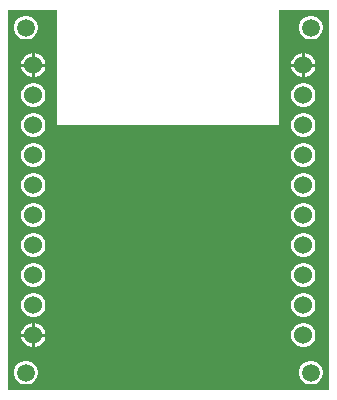
<source format=gbl>
G04*
G04 #@! TF.GenerationSoftware,Altium Limited,Altium Designer,24.0.1 (36)*
G04*
G04 Layer_Physical_Order=2*
G04 Layer_Color=16711680*
%FSLAX44Y44*%
%MOMM*%
G71*
G04*
G04 #@! TF.SameCoordinates,679F6686-0656-46BC-BDB5-5FE1FF963507*
G04*
G04*
G04 #@! TF.FilePolarity,Positive*
G04*
G01*
G75*
%ADD13C,1.5000*%
%ADD28C,0.5080*%
%ADD29C,1.5240*%
%ADD30C,0.6350*%
G36*
X250115Y-46915D02*
X-21515D01*
Y275515D01*
X20320D01*
Y177800D01*
X208280D01*
Y275515D01*
X250115D01*
Y-46915D01*
D02*
G37*
%LPC*%
G36*
X236272Y270390D02*
X233628D01*
X231075Y269706D01*
X228785Y268384D01*
X226916Y266515D01*
X225594Y264225D01*
X224910Y261672D01*
Y259028D01*
X225594Y256475D01*
X226916Y254185D01*
X228785Y252316D01*
X231075Y250994D01*
X233628Y250310D01*
X236272D01*
X238825Y250994D01*
X241115Y252316D01*
X242984Y254185D01*
X244306Y256475D01*
X244990Y259028D01*
Y261672D01*
X244306Y264225D01*
X242984Y266515D01*
X241115Y268384D01*
X238825Y269706D01*
X236272Y270390D01*
D02*
G37*
G36*
X-5028D02*
X-7672D01*
X-10225Y269706D01*
X-12515Y268384D01*
X-14384Y266515D01*
X-15706Y264225D01*
X-16390Y261672D01*
Y259028D01*
X-15706Y256475D01*
X-14384Y254185D01*
X-12515Y252316D01*
X-10225Y250994D01*
X-7672Y250310D01*
X-5028D01*
X-2475Y250994D01*
X-185Y252316D01*
X1684Y254185D01*
X3006Y256475D01*
X3690Y259028D01*
Y261672D01*
X3006Y264225D01*
X1684Y266515D01*
X-185Y268384D01*
X-2475Y269706D01*
X-5028Y270390D01*
D02*
G37*
G36*
X229938Y238760D02*
X229870D01*
Y229870D01*
X238760D01*
Y229938D01*
X238068Y232522D01*
X236730Y234838D01*
X234838Y236730D01*
X232522Y238068D01*
X229938Y238760D01*
D02*
G37*
G36*
X1338D02*
X1270D01*
Y229870D01*
X10160D01*
Y229938D01*
X9468Y232522D01*
X8130Y234838D01*
X6238Y236730D01*
X3922Y238068D01*
X1338Y238760D01*
D02*
G37*
G36*
X227330D02*
X227262D01*
X224678Y238068D01*
X222362Y236730D01*
X220470Y234838D01*
X219132Y232522D01*
X218440Y229938D01*
Y229870D01*
X227330D01*
Y238760D01*
D02*
G37*
G36*
X-1270D02*
X-1338D01*
X-3922Y238068D01*
X-6238Y236730D01*
X-8130Y234838D01*
X-9468Y232522D01*
X-10160Y229938D01*
Y229870D01*
X-1270D01*
Y238760D01*
D02*
G37*
G36*
X238760Y227330D02*
X229870D01*
Y218440D01*
X229938D01*
X232522Y219132D01*
X234838Y220470D01*
X236730Y222362D01*
X238068Y224678D01*
X238760Y227262D01*
Y227330D01*
D02*
G37*
G36*
X227330D02*
X218440D01*
Y227262D01*
X219132Y224678D01*
X220470Y222362D01*
X222362Y220470D01*
X224678Y219132D01*
X227262Y218440D01*
X227330D01*
Y227330D01*
D02*
G37*
G36*
X10160D02*
X1270D01*
Y218440D01*
X1338D01*
X3922Y219132D01*
X6238Y220470D01*
X8130Y222362D01*
X9468Y224678D01*
X10160Y227262D01*
Y227330D01*
D02*
G37*
G36*
X-1270D02*
X-10160D01*
Y227262D01*
X-9468Y224678D01*
X-8130Y222362D01*
X-6238Y220470D01*
X-3922Y219132D01*
X-1338Y218440D01*
X-1270D01*
Y227330D01*
D02*
G37*
G36*
X229938Y213360D02*
X227262D01*
X224678Y212668D01*
X222362Y211330D01*
X220470Y209438D01*
X219132Y207122D01*
X218440Y204538D01*
Y201862D01*
X219132Y199278D01*
X220470Y196962D01*
X222362Y195070D01*
X224678Y193732D01*
X227262Y193040D01*
X229938D01*
X232522Y193732D01*
X234838Y195070D01*
X236730Y196962D01*
X238068Y199278D01*
X238760Y201862D01*
Y204538D01*
X238068Y207122D01*
X236730Y209438D01*
X234838Y211330D01*
X232522Y212668D01*
X229938Y213360D01*
D02*
G37*
G36*
X1338D02*
X-1338D01*
X-3922Y212668D01*
X-6238Y211330D01*
X-8130Y209438D01*
X-9468Y207122D01*
X-10160Y204538D01*
Y201862D01*
X-9468Y199278D01*
X-8130Y196962D01*
X-6238Y195070D01*
X-3922Y193732D01*
X-1338Y193040D01*
X1338D01*
X3922Y193732D01*
X6238Y195070D01*
X8130Y196962D01*
X9468Y199278D01*
X10160Y201862D01*
Y204538D01*
X9468Y207122D01*
X8130Y209438D01*
X6238Y211330D01*
X3922Y212668D01*
X1338Y213360D01*
D02*
G37*
G36*
X229938Y187960D02*
X227262D01*
X224678Y187268D01*
X222362Y185930D01*
X220470Y184038D01*
X219132Y181722D01*
X218440Y179138D01*
Y176462D01*
X219132Y173878D01*
X220470Y171562D01*
X222362Y169670D01*
X224678Y168332D01*
X227262Y167640D01*
X229938D01*
X232522Y168332D01*
X234838Y169670D01*
X236730Y171562D01*
X238068Y173878D01*
X238760Y176462D01*
Y179138D01*
X238068Y181722D01*
X236730Y184038D01*
X234838Y185930D01*
X232522Y187268D01*
X229938Y187960D01*
D02*
G37*
G36*
X1338D02*
X-1338D01*
X-3922Y187268D01*
X-6238Y185930D01*
X-8130Y184038D01*
X-9468Y181722D01*
X-10160Y179138D01*
Y176462D01*
X-9468Y173878D01*
X-8130Y171562D01*
X-6238Y169670D01*
X-3922Y168332D01*
X-1338Y167640D01*
X1338D01*
X3922Y168332D01*
X6238Y169670D01*
X8130Y171562D01*
X9468Y173878D01*
X10160Y176462D01*
Y179138D01*
X9468Y181722D01*
X8130Y184038D01*
X6238Y185930D01*
X3922Y187268D01*
X1338Y187960D01*
D02*
G37*
G36*
X229938Y162560D02*
X227262D01*
X224678Y161868D01*
X222362Y160530D01*
X220470Y158638D01*
X219132Y156322D01*
X218440Y153738D01*
Y151062D01*
X219132Y148478D01*
X220470Y146162D01*
X222362Y144270D01*
X224678Y142932D01*
X227262Y142240D01*
X229938D01*
X232522Y142932D01*
X234838Y144270D01*
X236730Y146162D01*
X238068Y148478D01*
X238760Y151062D01*
Y153738D01*
X238068Y156322D01*
X236730Y158638D01*
X234838Y160530D01*
X232522Y161868D01*
X229938Y162560D01*
D02*
G37*
G36*
X1338D02*
X-1338D01*
X-3922Y161868D01*
X-6238Y160530D01*
X-8130Y158638D01*
X-9468Y156322D01*
X-10160Y153738D01*
Y151062D01*
X-9468Y148478D01*
X-8130Y146162D01*
X-6238Y144270D01*
X-3922Y142932D01*
X-1338Y142240D01*
X1338D01*
X3922Y142932D01*
X6238Y144270D01*
X8130Y146162D01*
X9468Y148478D01*
X10160Y151062D01*
Y153738D01*
X9468Y156322D01*
X8130Y158638D01*
X6238Y160530D01*
X3922Y161868D01*
X1338Y162560D01*
D02*
G37*
G36*
X229938Y137160D02*
X227262D01*
X224678Y136468D01*
X222362Y135130D01*
X220470Y133238D01*
X219132Y130922D01*
X218440Y128338D01*
Y125662D01*
X219132Y123078D01*
X220470Y120762D01*
X222362Y118870D01*
X224678Y117532D01*
X227262Y116840D01*
X229938D01*
X232522Y117532D01*
X234838Y118870D01*
X236730Y120762D01*
X238068Y123078D01*
X238760Y125662D01*
Y128338D01*
X238068Y130922D01*
X236730Y133238D01*
X234838Y135130D01*
X232522Y136468D01*
X229938Y137160D01*
D02*
G37*
G36*
X1338D02*
X-1338D01*
X-3922Y136468D01*
X-6238Y135130D01*
X-8130Y133238D01*
X-9468Y130922D01*
X-10160Y128338D01*
Y125662D01*
X-9468Y123078D01*
X-8130Y120762D01*
X-6238Y118870D01*
X-3922Y117532D01*
X-1338Y116840D01*
X1338D01*
X3922Y117532D01*
X6238Y118870D01*
X8130Y120762D01*
X9468Y123078D01*
X10160Y125662D01*
Y128338D01*
X9468Y130922D01*
X8130Y133238D01*
X6238Y135130D01*
X3922Y136468D01*
X1338Y137160D01*
D02*
G37*
G36*
X229938Y111760D02*
X227262D01*
X224678Y111068D01*
X222362Y109730D01*
X220470Y107838D01*
X219132Y105522D01*
X218440Y102938D01*
Y100262D01*
X219132Y97678D01*
X220470Y95362D01*
X222362Y93470D01*
X224678Y92132D01*
X227262Y91440D01*
X229938D01*
X232522Y92132D01*
X234838Y93470D01*
X236730Y95362D01*
X238068Y97678D01*
X238760Y100262D01*
Y102938D01*
X238068Y105522D01*
X236730Y107838D01*
X234838Y109730D01*
X232522Y111068D01*
X229938Y111760D01*
D02*
G37*
G36*
X1338D02*
X-1338D01*
X-3922Y111068D01*
X-6238Y109730D01*
X-8130Y107838D01*
X-9468Y105522D01*
X-10160Y102938D01*
Y100262D01*
X-9468Y97678D01*
X-8130Y95362D01*
X-6238Y93470D01*
X-3922Y92132D01*
X-1338Y91440D01*
X1338D01*
X3922Y92132D01*
X6238Y93470D01*
X8130Y95362D01*
X9468Y97678D01*
X10160Y100262D01*
Y102938D01*
X9468Y105522D01*
X8130Y107838D01*
X6238Y109730D01*
X3922Y111068D01*
X1338Y111760D01*
D02*
G37*
G36*
X229938Y86360D02*
X227262D01*
X224678Y85668D01*
X222362Y84330D01*
X220470Y82438D01*
X219132Y80122D01*
X218440Y77538D01*
Y74862D01*
X219132Y72278D01*
X220470Y69962D01*
X222362Y68070D01*
X224678Y66732D01*
X227262Y66040D01*
X229938D01*
X232522Y66732D01*
X234838Y68070D01*
X236730Y69962D01*
X238068Y72278D01*
X238760Y74862D01*
Y77538D01*
X238068Y80122D01*
X236730Y82438D01*
X234838Y84330D01*
X232522Y85668D01*
X229938Y86360D01*
D02*
G37*
G36*
X1338D02*
X-1338D01*
X-3922Y85668D01*
X-6238Y84330D01*
X-8130Y82438D01*
X-9468Y80122D01*
X-10160Y77538D01*
Y74862D01*
X-9468Y72278D01*
X-8130Y69962D01*
X-6238Y68070D01*
X-3922Y66732D01*
X-1338Y66040D01*
X1338D01*
X3922Y66732D01*
X6238Y68070D01*
X8130Y69962D01*
X9468Y72278D01*
X10160Y74862D01*
Y77538D01*
X9468Y80122D01*
X8130Y82438D01*
X6238Y84330D01*
X3922Y85668D01*
X1338Y86360D01*
D02*
G37*
G36*
X229938Y60960D02*
X227262D01*
X224678Y60268D01*
X222362Y58930D01*
X220470Y57038D01*
X219132Y54722D01*
X218440Y52138D01*
Y49462D01*
X219132Y46878D01*
X220470Y44562D01*
X222362Y42670D01*
X224678Y41332D01*
X227262Y40640D01*
X229938D01*
X232522Y41332D01*
X234838Y42670D01*
X236730Y44562D01*
X238068Y46878D01*
X238760Y49462D01*
Y52138D01*
X238068Y54722D01*
X236730Y57038D01*
X234838Y58930D01*
X232522Y60268D01*
X229938Y60960D01*
D02*
G37*
G36*
X1338D02*
X-1338D01*
X-3922Y60268D01*
X-6238Y58930D01*
X-8130Y57038D01*
X-9468Y54722D01*
X-10160Y52138D01*
Y49462D01*
X-9468Y46878D01*
X-8130Y44562D01*
X-6238Y42670D01*
X-3922Y41332D01*
X-1338Y40640D01*
X1338D01*
X3922Y41332D01*
X6238Y42670D01*
X8130Y44562D01*
X9468Y46878D01*
X10160Y49462D01*
Y52138D01*
X9468Y54722D01*
X8130Y57038D01*
X6238Y58930D01*
X3922Y60268D01*
X1338Y60960D01*
D02*
G37*
G36*
X229938Y35560D02*
X227262D01*
X224678Y34868D01*
X222362Y33530D01*
X220470Y31638D01*
X219132Y29322D01*
X218440Y26738D01*
Y24062D01*
X219132Y21478D01*
X220470Y19162D01*
X222362Y17270D01*
X224678Y15932D01*
X227262Y15240D01*
X229938D01*
X232522Y15932D01*
X234838Y17270D01*
X236730Y19162D01*
X238068Y21478D01*
X238760Y24062D01*
Y26738D01*
X238068Y29322D01*
X236730Y31638D01*
X234838Y33530D01*
X232522Y34868D01*
X229938Y35560D01*
D02*
G37*
G36*
X1338D02*
X-1338D01*
X-3922Y34868D01*
X-6238Y33530D01*
X-8130Y31638D01*
X-9468Y29322D01*
X-10160Y26738D01*
Y24062D01*
X-9468Y21478D01*
X-8130Y19162D01*
X-6238Y17270D01*
X-3922Y15932D01*
X-1338Y15240D01*
X1338D01*
X3922Y15932D01*
X6238Y17270D01*
X8130Y19162D01*
X9468Y21478D01*
X10160Y24062D01*
Y26738D01*
X9468Y29322D01*
X8130Y31638D01*
X6238Y33530D01*
X3922Y34868D01*
X1338Y35560D01*
D02*
G37*
G36*
Y10160D02*
X1270D01*
Y1270D01*
X10160D01*
Y1338D01*
X9468Y3922D01*
X8130Y6238D01*
X6238Y8130D01*
X3922Y9468D01*
X1338Y10160D01*
D02*
G37*
G36*
X-1270D02*
X-1338D01*
X-3922Y9468D01*
X-6238Y8130D01*
X-8130Y6238D01*
X-9468Y3922D01*
X-10160Y1338D01*
Y1270D01*
X-1270D01*
Y10160D01*
D02*
G37*
G36*
X229938D02*
X227262D01*
X224678Y9468D01*
X222362Y8130D01*
X220470Y6238D01*
X219132Y3922D01*
X218440Y1338D01*
Y-1338D01*
X219132Y-3922D01*
X220470Y-6238D01*
X222362Y-8130D01*
X224678Y-9468D01*
X227262Y-10160D01*
X229938D01*
X232522Y-9468D01*
X234838Y-8130D01*
X236730Y-6238D01*
X238068Y-3922D01*
X238760Y-1338D01*
Y1338D01*
X238068Y3922D01*
X236730Y6238D01*
X234838Y8130D01*
X232522Y9468D01*
X229938Y10160D01*
D02*
G37*
G36*
X10160Y-1270D02*
X1270D01*
Y-10160D01*
X1338D01*
X3922Y-9468D01*
X6238Y-8130D01*
X8130Y-6238D01*
X9468Y-3922D01*
X10160Y-1338D01*
Y-1270D01*
D02*
G37*
G36*
X-1270D02*
X-10160D01*
Y-1338D01*
X-9468Y-3922D01*
X-8130Y-6238D01*
X-6238Y-8130D01*
X-3922Y-9468D01*
X-1338Y-10160D01*
X-1270D01*
Y-1270D01*
D02*
G37*
G36*
X236272Y-21710D02*
X233628D01*
X231075Y-22394D01*
X228785Y-23716D01*
X226916Y-25585D01*
X225594Y-27875D01*
X224910Y-30428D01*
Y-33072D01*
X225594Y-35625D01*
X226916Y-37915D01*
X228785Y-39784D01*
X231075Y-41106D01*
X233628Y-41790D01*
X236272D01*
X238825Y-41106D01*
X241115Y-39784D01*
X242984Y-37915D01*
X244306Y-35625D01*
X244990Y-33072D01*
Y-30428D01*
X244306Y-27875D01*
X242984Y-25585D01*
X241115Y-23716D01*
X238825Y-22394D01*
X236272Y-21710D01*
D02*
G37*
G36*
X-5028D02*
X-7672D01*
X-10225Y-22394D01*
X-12515Y-23716D01*
X-14384Y-25585D01*
X-15706Y-27875D01*
X-16390Y-30428D01*
Y-33072D01*
X-15706Y-35625D01*
X-14384Y-37915D01*
X-12515Y-39784D01*
X-10225Y-41106D01*
X-7672Y-41790D01*
X-5028D01*
X-2475Y-41106D01*
X-185Y-39784D01*
X1684Y-37915D01*
X3006Y-35625D01*
X3690Y-33072D01*
Y-30428D01*
X3006Y-27875D01*
X1684Y-25585D01*
X-185Y-23716D01*
X-2475Y-22394D01*
X-5028Y-21710D01*
D02*
G37*
%LPD*%
D13*
X-6350Y-31750D02*
D03*
X234950D02*
D03*
X-6350Y260350D02*
D03*
X234950D02*
D03*
D28*
X112900Y101200D02*
D03*
X123900D02*
D03*
X118400Y95700D02*
D03*
X129400D02*
D03*
X118400Y106700D02*
D03*
X112900Y112200D02*
D03*
X123900D02*
D03*
X129400Y106700D02*
D03*
X118400Y117700D02*
D03*
X134900Y101200D02*
D03*
Y112200D02*
D03*
X129400Y117700D02*
D03*
D29*
X228600Y228600D02*
D03*
Y203200D02*
D03*
Y177800D02*
D03*
Y152400D02*
D03*
Y127000D02*
D03*
Y101600D02*
D03*
Y76200D02*
D03*
Y50800D02*
D03*
Y25400D02*
D03*
Y0D02*
D03*
X0Y228600D02*
D03*
Y203200D02*
D03*
Y177800D02*
D03*
Y152400D02*
D03*
Y127000D02*
D03*
Y101600D02*
D03*
Y76200D02*
D03*
Y50800D02*
D03*
Y25400D02*
D03*
Y0D02*
D03*
D30*
X43180Y48260D02*
D03*
X73660Y-22860D02*
D03*
X200660Y-5080D02*
D03*
X134620Y0D02*
D03*
Y22860D02*
D03*
M02*

</source>
